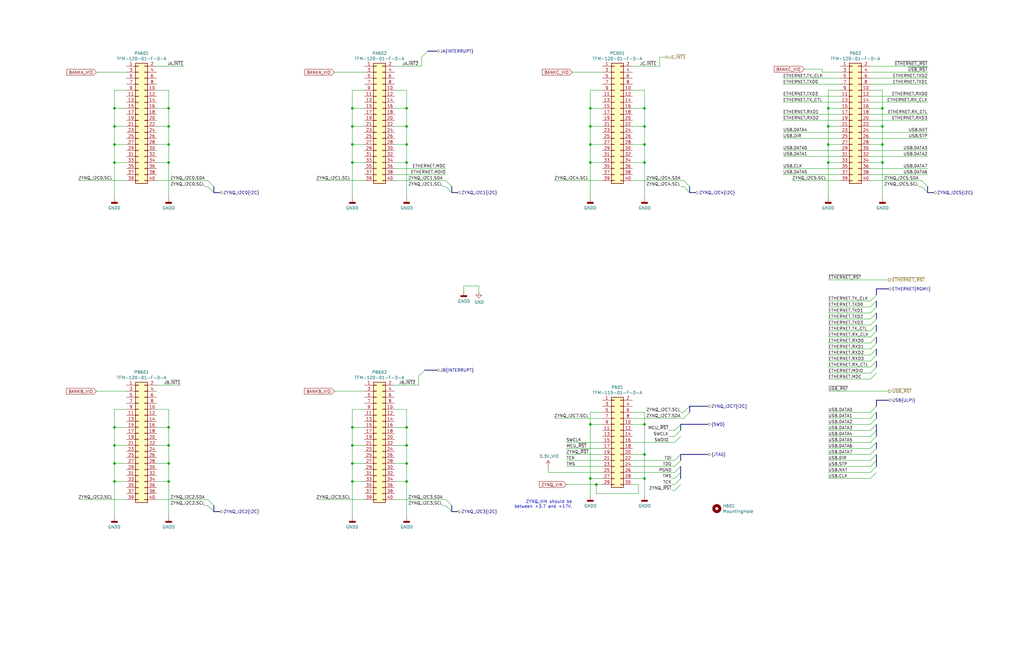
<source format=kicad_sch>
(kicad_sch (version 20200618) (host eeschema "5.99.0-unknown-e9da02e~102~ubuntu20.04.1")
  (page 1 15)
  (paper "B")
  (title_block (title "Snickerdoodle Interconnect") (date "2020-06-16") (rev "1.0") (comment 1 "Drawn by: Cameron McQuinn"))
  (lib_symbols
    (symbol "Connector_Generic:Conn_02x15_Odd_Even" (pin_names hide)
      (property "Reference" "J" (at 1.27 20.32 0))
      (property "Value" "Conn_02x15_Odd_Even" (at 1.27 -20.32 0))
      (symbol "Conn_02x15_Odd_Even_1_1"
        (rectangle (start -1.27 -4.953) (end 0 -5.207) (stroke (width 0.1524)))
        (rectangle (start -1.27 -7.493) (end 0 -7.747) (stroke (width 0.1524)))
        (rectangle (start -1.27 -10.033) (end 0 -10.287) (stroke (width 0.1524)))
        (rectangle (start -1.27 -12.573) (end 0 -12.827) (stroke (width 0.1524)))
        (rectangle (start -1.27 -15.113) (end 0 -15.367) (stroke (width 0.1524)))
        (rectangle (start -1.27 -17.653) (end 0 -17.907) (stroke (width 0.1524)))
        (rectangle (start -1.27 -2.413) (end 0 -2.667) (stroke (width 0.1524)))
        (rectangle (start -1.27 2.667) (end 0 2.413) (stroke (width 0.1524)))
        (rectangle (start -1.27 5.207) (end 0 4.953) (stroke (width 0.1524)))
        (rectangle (start -1.27 7.747) (end 0 7.493) (stroke (width 0.1524)))
        (rectangle (start -1.27 10.287) (end 0 10.033) (stroke (width 0.1524)))
        (rectangle (start -1.27 0.127) (end 0 -0.127) (stroke (width 0.1524)))
        (rectangle (start -1.27 12.827) (end 0 12.573) (stroke (width 0.1524)))
        (rectangle (start -1.27 15.367) (end 0 15.113) (stroke (width 0.1524)))
        (rectangle (start -1.27 17.907) (end 0 17.653) (stroke (width 0.1524)))
        (rectangle (start -1.27 19.05) (end 3.81 -19.05) (stroke (width 0.254)) (fill (type background)))
        (rectangle (start 3.81 -4.953) (end 2.54 -5.207) (stroke (width 0.1524)))
        (rectangle (start 3.81 -7.493) (end 2.54 -7.747) (stroke (width 0.1524)))
        (rectangle (start 3.81 -10.033) (end 2.54 -10.287) (stroke (width 0.1524)))
        (rectangle (start 3.81 -12.573) (end 2.54 -12.827) (stroke (width 0.1524)))
        (rectangle (start 3.81 -15.113) (end 2.54 -15.367) (stroke (width 0.1524)))
        (rectangle (start 3.81 -17.653) (end 2.54 -17.907) (stroke (width 0.1524)))
        (rectangle (start 3.81 -2.413) (end 2.54 -2.667) (stroke (width 0.1524)))
        (rectangle (start 3.81 2.667) (end 2.54 2.413) (stroke (width 0.1524)))
        (rectangle (start 3.81 5.207) (end 2.54 4.953) (stroke (width 0.1524)))
        (rectangle (start 3.81 7.747) (end 2.54 7.493) (stroke (width 0.1524)))
        (rectangle (start 3.81 10.287) (end 2.54 10.033) (stroke (width 0.1524)))
        (rectangle (start 3.81 0.127) (end 2.54 -0.127) (stroke (width 0.1524)))
        (rectangle (start 3.81 12.827) (end 2.54 12.573) (stroke (width 0.1524)))
        (rectangle (start 3.81 15.367) (end 2.54 15.113) (stroke (width 0.1524)))
        (rectangle (start 3.81 17.907) (end 2.54 17.653) (stroke (width 0.1524)))
        (pin passive line (at -5.08 17.78 0) (length 3.81) (name "Pin_1") (number "1"))
        (pin passive line (at 7.62 7.62 180) (length 3.81) (name "Pin_10") (number "10"))
        (pin passive line (at -5.08 5.08 0) (length 3.81) (name "Pin_11") (number "11"))
        (pin passive line (at 7.62 5.08 180) (length 3.81) (name "Pin_12") (number "12"))
        (pin passive line (at -5.08 2.54 0) (length 3.81) (name "Pin_13") (number "13"))
        (pin passive line (at 7.62 2.54 180) (length 3.81) (name "Pin_14") (number "14"))
        (pin passive line (at -5.08 0 0) (length 3.81) (name "Pin_15") (number "15"))
        (pin passive line (at 7.62 0 180) (length 3.81) (name "Pin_16") (number "16"))
        (pin passive line (at -5.08 -2.54 0) (length 3.81) (name "Pin_17") (number "17"))
        (pin passive line (at 7.62 -2.54 180) (length 3.81) (name "Pin_18") (number "18"))
        (pin passive line (at -5.08 -5.08 0) (length 3.81) (name "Pin_19") (number "19"))
        (pin passive line (at 7.62 17.78 180) (length 3.81) (name "Pin_2") (number "2"))
        (pin passive line (at 7.62 -5.08 180) (length 3.81) (name "Pin_20") (number "20"))
        (pin passive line (at -5.08 -7.62 0) (length 3.81) (name "Pin_21") (number "21"))
        (pin passive line (at 7.62 -7.62 180) (length 3.81) (name "Pin_22") (number "22"))
        (pin passive line (at -5.08 -10.16 0) (length 3.81) (name "Pin_23") (number "23"))
        (pin passive line (at 7.62 -10.16 180) (length 3.81) (name "Pin_24") (number "24"))
        (pin passive line (at -5.08 -12.7 0) (length 3.81) (name "Pin_25") (number "25"))
        (pin passive line (at 7.62 -12.7 180) (length 3.81) (name "Pin_26") (number "26"))
        (pin passive line (at -5.08 -15.24 0) (length 3.81) (name "Pin_27") (number "27"))
        (pin passive line (at 7.62 -15.24 180) (length 3.81) (name "Pin_28") (number "28"))
        (pin passive line (at -5.08 -17.78 0) (length 3.81) (name "Pin_29") (number "29"))
        (pin passive line (at -5.08 15.24 0) (length 3.81) (name "Pin_3") (number "3"))
        (pin passive line (at 7.62 -17.78 180) (length 3.81) (name "Pin_30") (number "30"))
        (pin passive line (at 7.62 15.24 180) (length 3.81) (name "Pin_4") (number "4"))
        (pin passive line (at -5.08 12.7 0) (length 3.81) (name "Pin_5") (number "5"))
        (pin passive line (at 7.62 12.7 180) (length 3.81) (name "Pin_6") (number "6"))
        (pin passive line (at -5.08 10.16 0) (length 3.81) (name "Pin_7") (number "7"))
        (pin passive line (at 7.62 10.16 180) (length 3.81) (name "Pin_8") (number "8"))
        (pin passive line (at -5.08 7.62 0) (length 3.81) (name "Pin_9") (number "9"))
      )
    )
    (symbol "Connector_Generic:Conn_02x20_Odd_Even" (pin_names hide)
      (property "Reference" "J" (at 1.27 25.4 0))
      (property "Value" "Conn_02x20_Odd_Even" (at 1.27 -27.94 0))
      (symbol "Conn_02x20_Odd_Even_1_1"
        (rectangle (start -1.27 -4.953) (end 0 -5.207) (stroke (width 0.1524)))
        (rectangle (start -1.27 -7.493) (end 0 -7.747) (stroke (width 0.1524)))
        (rectangle (start -1.27 -10.033) (end 0 -10.287) (stroke (width 0.1524)))
        (rectangle (start -1.27 -12.573) (end 0 -12.827) (stroke (width 0.1524)))
        (rectangle (start -1.27 -15.113) (end 0 -15.367) (stroke (width 0.1524)))
        (rectangle (start -1.27 -17.653) (end 0 -17.907) (stroke (width 0.1524)))
        (rectangle (start -1.27 -20.193) (end 0 -20.447) (stroke (width 0.1524)))
        (rectangle (start -1.27 -22.733) (end 0 -22.987) (stroke (width 0.1524)))
        (rectangle (start -1.27 -2.413) (end 0 -2.667) (stroke (width 0.1524)))
        (rectangle (start -1.27 -25.273) (end 0 -25.527) (stroke (width 0.1524)))
        (rectangle (start -1.27 2.667) (end 0 2.413) (stroke (width 0.1524)))
        (rectangle (start -1.27 5.207) (end 0 4.953) (stroke (width 0.1524)))
        (rectangle (start -1.27 7.747) (end 0 7.493) (stroke (width 0.1524)))
        (rectangle (start -1.27 10.287) (end 0 10.033) (stroke (width 0.1524)))
        (rectangle (start -1.27 0.127) (end 0 -0.127) (stroke (width 0.1524)))
        (rectangle (start -1.27 12.827) (end 0 12.573) (stroke (width 0.1524)))
        (rectangle (start -1.27 15.367) (end 0 15.113) (stroke (width 0.1524)))
        (rectangle (start -1.27 17.907) (end 0 17.653) (stroke (width 0.1524)))
        (rectangle (start -1.27 20.447) (end 0 20.193) (stroke (width 0.1524)))
        (rectangle (start -1.27 22.987) (end 0 22.733) (stroke (width 0.1524)))
        (rectangle (start -1.27 24.13) (end 3.81 -26.67) (stroke (width 0.254)) (fill (type background)))
        (rectangle (start 3.81 -4.953) (end 2.54 -5.207) (stroke (width 0.1524)))
        (rectangle (start 3.81 -7.493) (end 2.54 -7.747) (stroke (width 0.1524)))
        (rectangle (start 3.81 -10.033) (end 2.54 -10.287) (stroke (width 0.1524)))
        (rectangle (start 3.81 -12.573) (end 2.54 -12.827) (stroke (width 0.1524)))
        (rectangle (start 3.81 -15.113) (end 2.54 -15.367) (stroke (width 0.1524)))
        (rectangle (start 3.81 -17.653) (end 2.54 -17.907) (stroke (width 0.1524)))
        (rectangle (start 3.81 -20.193) (end 2.54 -20.447) (stroke (width 0.1524)))
        (rectangle (start 3.81 -22.733) (end 2.54 -22.987) (stroke (width 0.1524)))
        (rectangle (start 3.81 -2.413) (end 2.54 -2.667) (stroke (width 0.1524)))
        (rectangle (start 3.81 -25.273) (end 2.54 -25.527) (stroke (width 0.1524)))
        (rectangle (start 3.81 2.667) (end 2.54 2.413) (stroke (width 0.1524)))
        (rectangle (start 3.81 5.207) (end 2.54 4.953) (stroke (width 0.1524)))
        (rectangle (start 3.81 7.747) (end 2.54 7.493) (stroke (width 0.1524)))
        (rectangle (start 3.81 10.287) (end 2.54 10.033) (stroke (width 0.1524)))
        (rectangle (start 3.81 0.127) (end 2.54 -0.127) (stroke (width 0.1524)))
        (rectangle (start 3.81 12.827) (end 2.54 12.573) (stroke (width 0.1524)))
        (rectangle (start 3.81 15.367) (end 2.54 15.113) (stroke (width 0.1524)))
        (rectangle (start 3.81 17.907) (end 2.54 17.653) (stroke (width 0.1524)))
        (rectangle (start 3.81 20.447) (end 2.54 20.193) (stroke (width 0.1524)))
        (rectangle (start 3.81 22.987) (end 2.54 22.733) (stroke (width 0.1524)))
        (pin passive line (at -5.08 22.86 0) (length 3.81) (name "Pin_1") (number "1"))
        (pin passive line (at 7.62 12.7 180) (length 3.81) (name "Pin_10") (number "10"))
        (pin passive line (at -5.08 10.16 0) (length 3.81) (name "Pin_11") (number "11"))
        (pin passive line (at 7.62 10.16 180) (length 3.81) (name "Pin_12") (number "12"))
        (pin passive line (at -5.08 7.62 0) (length 3.81) (name "Pin_13") (number "13"))
        (pin passive line (at 7.62 7.62 180) (length 3.81) (name "Pin_14") (number "14"))
        (pin passive line (at -5.08 5.08 0) (length 3.81) (name "Pin_15") (number "15"))
        (pin passive line (at 7.62 5.08 180) (length 3.81) (name "Pin_16") (number "16"))
        (pin passive line (at -5.08 2.54 0) (length 3.81) (name "Pin_17") (number "17"))
        (pin passive line (at 7.62 2.54 180) (length 3.81) (name "Pin_18") (number "18"))
        (pin passive line (at -5.08 0 0) (length 3.81) (name "Pin_19") (number "19"))
        (pin passive line (at 7.62 22.86 180) (length 3.81) (name "Pin_2") (number "2"))
        (pin passive line (at 7.62 0 180) (length 3.81) (name "Pin_20") (number "20"))
        (pin passive line (at -5.08 -2.54 0) (length 3.81) (name "Pin_21") (number "21"))
        (pin passive line (at 7.62 -2.54 180) (length 3.81) (name "Pin_22") (number "22"))
        (pin passive line (at -5.08 -5.08 0) (length 3.81) (name "Pin_23") (number "23"))
        (pin passive line (at 7.62 -5.08 180) (length 3.81) (name "Pin_24") (number "24"))
        (pin passive line (at -5.08 -7.62 0) (length 3.81) (name "Pin_25") (number "25"))
        (pin passive line (at 7.62 -7.62 180) (length 3.81) (name "Pin_26") (number "26"))
        (pin passive line (at -5.08 -10.16 0) (length 3.81) (name "Pin_27") (number "27"))
        (pin passive line (at 7.62 -10.16 180) (length 3.81) (name "Pin_28") (number "28"))
        (pin passive line (at -5.08 -12.7 0) (length 3.81) (name "Pin_29") (number "29"))
        (pin passive line (at -5.08 20.32 0) (length 3.81) (name "Pin_3") (number "3"))
        (pin passive line (at 7.62 -12.7 180) (length 3.81) (name "Pin_30") (number "30"))
        (pin passive line (at -5.08 -15.24 0) (length 3.81) (name "Pin_31") (number "31"))
        (pin passive line (at 7.62 -15.24 180) (length 3.81) (name "Pin_32") (number "32"))
        (pin passive line (at -5.08 -17.78 0) (length 3.81) (name "Pin_33") (number "33"))
        (pin passive line (at 7.62 -17.78 180) (length 3.81) (name "Pin_34") (number "34"))
        (pin passive line (at -5.08 -20.32 0) (length 3.81) (name "Pin_35") (number "35"))
        (pin passive line (at 7.62 -20.32 180) (length 3.81) (name "Pin_36") (number "36"))
        (pin passive line (at -5.08 -22.86 0) (length 3.81) (name "Pin_37") (number "37"))
        (pin passive line (at 7.62 -22.86 180) (length 3.81) (name "Pin_38") (number "38"))
        (pin passive line (at -5.08 -25.4 0) (length 3.81) (name "Pin_39") (number "39"))
        (pin passive line (at 7.62 20.32 180) (length 3.81) (name "Pin_4") (number "4"))
        (pin passive line (at 7.62 -25.4 180) (length 3.81) (name "Pin_40") (number "40"))
        (pin passive line (at -5.08 17.78 0) (length 3.81) (name "Pin_5") (number "5"))
        (pin passive line (at 7.62 17.78 180) (length 3.81) (name "Pin_6") (number "6"))
        (pin passive line (at -5.08 15.24 0) (length 3.81) (name "Pin_7") (number "7"))
        (pin passive line (at 7.62 15.24 180) (length 3.81) (name "Pin_8") (number "8"))
        (pin passive line (at -5.08 12.7 0) (length 3.81) (name "Pin_9") (number "9"))
      )
    )
    (symbol "Mechanical:MountingHole"
      (property "Reference" "H" (at 0 5.08 0))
      (property "Value" "MountingHole" (at 0 3.175 0))
      (symbol "MountingHole_0_1"
        (circle (center 0 0) (radius 1.27) (stroke (width 1.27)))
      )
    )
    (symbol "Snickerdoodle:3.3V_VIO" (power) (pin_names (offset 0))
      (property "Value" "3.3V_VIO" (at 0 3.556 0))
      (symbol "3.3V_VIO_0_1"
        (polyline (pts (xy -0.762 1.27) (xy 0 2.54)))
        (polyline (pts (xy 0 0) (xy 0 2.54)))
        (polyline (pts (xy 0 2.54) (xy 0.762 1.27)))
      )
      (symbol "3.3V_VIO_1_1"
        (pin power_in line (at 0 0 90) (length 0) hide (name "3.3V_VIO") (number "1"))
      )
    )
    (symbol "power:GND" (power) (pin_names (offset 0))
      (property "Value" "GND" (at 0 -3.81 0))
      (symbol "GND_0_1"
        (polyline (pts (xy 0 0) (xy 0 -1.27) (xy 1.27 -1.27) (xy 0 -2.54) (xy -1.27 -1.27) (xy 0 -1.27)))
      )
      (symbol "GND_1_1"
        (pin power_in line (at 0 0 270) (length 0) hide (name "GND") (number "1"))
      )
    )
    (symbol "power:GNDD" (power) (pin_names (offset 0))
      (property "Value" "GNDD" (at 0 -3.175 0))
      (symbol "GNDD_0_1"
        (rectangle (start -1.27 -1.524) (end 1.27 -2.032) (stroke (width 0.254)) (fill (type outline)))
        (polyline (pts (xy 0 0) (xy 0 -1.524)))
      )
      (symbol "GNDD_1_1"
        (pin power_in line (at 0 0 270) (length 0) hide (name "GNDD") (number "1"))
      )
    )
  )
  (bus_alias "JTAG" (members "TDI" "TDO" "TCK" "TMS" "ZYNQ_~RST" "PGND"))
  (bus_alias "I2C" (members "SDA" "SCL"))
  (bus_alias "INTERRUPT" (members "~INT1" "~INT2"))
  (bus_alias "SWD" (members "MCU_~RST" "SWCLK" "SWDIO"))
  (junction (at 48.26 45.72))
  (junction (at 48.26 53.34))
  (junction (at 48.26 60.96))
  (junction (at 48.26 68.58))
  (junction (at 48.26 180.34))
  (junction (at 48.26 187.96))
  (junction (at 48.26 195.58))
  (junction (at 48.26 203.2))
  (junction (at 71.12 45.72))
  (junction (at 71.12 53.34))
  (junction (at 71.12 60.96))
  (junction (at 71.12 68.58))
  (junction (at 71.12 180.34))
  (junction (at 71.12 187.96))
  (junction (at 71.12 195.58))
  (junction (at 71.12 203.2))
  (junction (at 148.59 45.72))
  (junction (at 148.59 53.34))
  (junction (at 148.59 60.96))
  (junction (at 148.59 68.58))
  (junction (at 148.59 180.34))
  (junction (at 148.59 187.96))
  (junction (at 148.59 195.58))
  (junction (at 148.59 203.2))
  (junction (at 171.45 45.72))
  (junction (at 171.45 53.34))
  (junction (at 171.45 60.96))
  (junction (at 171.45 68.58))
  (junction (at 171.45 180.34))
  (junction (at 171.45 187.96))
  (junction (at 171.45 195.58))
  (junction (at 171.45 203.2))
  (junction (at 248.92 45.72))
  (junction (at 248.92 53.34))
  (junction (at 248.92 60.96))
  (junction (at 248.92 68.58))
  (junction (at 248.92 179.07))
  (junction (at 248.92 201.93))
  (junction (at 251.46 204.47))
  (junction (at 271.78 45.72))
  (junction (at 271.78 53.34))
  (junction (at 271.78 60.96))
  (junction (at 271.78 68.58))
  (junction (at 271.78 179.07))
  (junction (at 271.78 191.77))
  (junction (at 271.78 201.93))
  (junction (at 349.25 45.72))
  (junction (at 349.25 53.34))
  (junction (at 349.25 60.96))
  (junction (at 349.25 68.58))
  (junction (at 372.11 45.72))
  (junction (at 372.11 53.34))
  (junction (at 372.11 60.96))
  (junction (at 372.11 68.58))
  (bus_entry (at 87.63 76.2) (size 2.54 2.54) (stroke (width 0.1524)))
  (bus_entry (at 87.63 78.74) (size 2.54 2.54) (stroke (width 0.1524)))
  (bus_entry (at 87.63 210.82) (size 2.54 2.54) (stroke (width 0.1524)))
  (bus_entry (at 87.63 213.36) (size 2.54 2.54) (stroke (width 0.1524)))
  (bus_entry (at 176.53 158.75) (size 2.54 -2.54) (stroke (width 0.1524)))
  (bus_entry (at 177.8 24.13) (size 2.54 -2.54) (stroke (width 0.1524)))
  (bus_entry (at 187.96 76.2) (size 2.54 2.54) (stroke (width 0.1524)))
  (bus_entry (at 187.96 78.74) (size 2.54 2.54) (stroke (width 0.1524)))
  (bus_entry (at 187.96 210.82) (size 2.54 2.54) (stroke (width 0.1524)))
  (bus_entry (at 187.96 213.36) (size 2.54 2.54) (stroke (width 0.1524)))
  (bus_entry (at 284.48 181.61) (size 2.54 -2.54) (stroke (width 0.1524)))
  (bus_entry (at 284.48 184.15) (size 2.54 -2.54) (stroke (width 0.1524)))
  (bus_entry (at 284.48 186.69) (size 2.54 -2.54) (stroke (width 0.1524)))
  (bus_entry (at 284.48 194.31) (size 2.54 -2.54) (stroke (width 0.1524)))
  (bus_entry (at 284.48 196.85) (size 2.54 -2.54) (stroke (width 0.1524)))
  (bus_entry (at 284.48 199.39) (size 2.54 -2.54) (stroke (width 0.1524)))
  (bus_entry (at 284.48 201.93) (size 2.54 -2.54) (stroke (width 0.1524)))
  (bus_entry (at 284.48 204.47) (size 2.54 -2.54) (stroke (width 0.1524)))
  (bus_entry (at 284.48 207.01) (size 2.54 -2.54) (stroke (width 0.1524)))
  (bus_entry (at 288.29 76.2) (size 2.54 2.54) (stroke (width 0.1524)))
  (bus_entry (at 288.29 78.74) (size 2.54 2.54) (stroke (width 0.1524)))
  (bus_entry (at 288.29 173.99) (size 2.54 -2.54) (stroke (width 0.1524)))
  (bus_entry (at 288.29 176.53) (size 2.54 -2.54) (stroke (width 0.1524)))
  (bus_entry (at 367.03 127) (size 2.54 -2.54) (stroke (width 0.1524)))
  (bus_entry (at 367.03 129.54) (size 2.54 -2.54) (stroke (width 0.1524)))
  (bus_entry (at 367.03 132.08) (size 2.54 -2.54) (stroke (width 0.1524)))
  (bus_entry (at 367.03 134.62) (size 2.54 -2.54) (stroke (width 0.1524)))
  (bus_entry (at 367.03 137.16) (size 2.54 -2.54) (stroke (width 0.1524)))
  (bus_entry (at 367.03 139.7) (size 2.54 -2.54) (stroke (width 0.1524)))
  (bus_entry (at 367.03 147.32) (size 2.54 -2.54) (stroke (width 0.1524)))
  (bus_entry (at 367.03 149.86) (size 2.54 -2.54) (stroke (width 0.1524)))
  (bus_entry (at 367.03 152.4) (size 2.54 -2.54) (stroke (width 0.1524)))
  (bus_entry (at 367.03 154.94) (size 2.54 -2.54) (stroke (width 0.1524)))
  (bus_entry (at 367.03 157.48) (size 2.54 -2.54) (stroke (width 0.1524)))
  (bus_entry (at 367.03 160.02) (size 2.54 -2.54) (stroke (width 0.1524)))
  (bus_entry (at 367.03 173.99) (size 2.54 -2.54) (stroke (width 0.1524)))
  (bus_entry (at 367.03 176.53) (size 2.54 -2.54) (stroke (width 0.1524)))
  (bus_entry (at 367.03 179.07) (size 2.54 -2.54) (stroke (width 0.1524)))
  (bus_entry (at 367.03 181.61) (size 2.54 -2.54) (stroke (width 0.1524)))
  (bus_entry (at 367.03 184.15) (size 2.54 -2.54) (stroke (width 0.1524)))
  (bus_entry (at 367.03 186.69) (size 2.54 -2.54) (stroke (width 0.1524)))
  (bus_entry (at 367.03 189.23) (size 2.54 -2.54) (stroke (width 0.1524)))
  (bus_entry (at 367.03 191.77) (size 2.54 -2.54) (stroke (width 0.1524)))
  (bus_entry (at 367.03 194.31) (size 2.54 -2.54) (stroke (width 0.1524)))
  (bus_entry (at 367.03 196.85) (size 2.54 -2.54) (stroke (width 0.1524)))
  (bus_entry (at 367.03 199.39) (size 2.54 -2.54) (stroke (width 0.1524)))
  (bus_entry (at 367.03 201.93) (size 2.54 -2.54) (stroke (width 0.1524)))
  (bus_entry (at 369.57 139.7) (size -2.54 2.54) (stroke (width 0.1524)))
  (bus_entry (at 369.57 142.24) (size -2.54 2.54) (stroke (width 0.1524)))
  (bus_entry (at 388.62 76.2) (size 2.54 2.54) (stroke (width 0.1524)))
  (bus_entry (at 388.62 78.74) (size 2.54 2.54) (stroke (width 0.1524)))
  (wire (pts (xy 33.02 76.2) (xy 53.34 76.2)))
  (wire (pts (xy 33.02 210.82) (xy 53.34 210.82)))
  (wire (pts (xy 40.64 30.48) (xy 53.34 30.48)))
  (wire (pts (xy 40.64 165.1) (xy 53.34 165.1)))
  (wire (pts (xy 48.26 38.1) (xy 48.26 45.72)))
  (wire (pts (xy 48.26 38.1) (xy 53.34 38.1)))
  (wire (pts (xy 48.26 45.72) (xy 48.26 53.34)))
  (wire (pts (xy 48.26 53.34) (xy 48.26 60.96)))
  (wire (pts (xy 48.26 60.96) (xy 48.26 68.58)))
  (wire (pts (xy 48.26 60.96) (xy 53.34 60.96)))
  (wire (pts (xy 48.26 68.58) (xy 48.26 83.82)))
  (wire (pts (xy 48.26 172.72) (xy 48.26 180.34)))
  (wire (pts (xy 48.26 172.72) (xy 53.34 172.72)))
  (wire (pts (xy 48.26 180.34) (xy 48.26 187.96)))
  (wire (pts (xy 48.26 187.96) (xy 48.26 195.58)))
  (wire (pts (xy 48.26 195.58) (xy 48.26 203.2)))
  (wire (pts (xy 48.26 195.58) (xy 53.34 195.58)))
  (wire (pts (xy 48.26 203.2) (xy 48.26 218.44)))
  (wire (pts (xy 53.34 45.72) (xy 48.26 45.72)))
  (wire (pts (xy 53.34 53.34) (xy 48.26 53.34)))
  (wire (pts (xy 53.34 68.58) (xy 48.26 68.58)))
  (wire (pts (xy 53.34 180.34) (xy 48.26 180.34)))
  (wire (pts (xy 53.34 187.96) (xy 48.26 187.96)))
  (wire (pts (xy 53.34 203.2) (xy 48.26 203.2)))
  (wire (pts (xy 66.04 27.94) (xy 77.47 27.94)))
  (wire (pts (xy 66.04 45.72) (xy 71.12 45.72)))
  (wire (pts (xy 66.04 53.34) (xy 71.12 53.34)))
  (wire (pts (xy 66.04 68.58) (xy 71.12 68.58)))
  (wire (pts (xy 66.04 76.2) (xy 87.63 76.2)))
  (wire (pts (xy 66.04 162.56) (xy 76.2 162.56)))
  (wire (pts (xy 66.04 180.34) (xy 71.12 180.34)))
  (wire (pts (xy 66.04 187.96) (xy 71.12 187.96)))
  (wire (pts (xy 66.04 203.2) (xy 71.12 203.2)))
  (wire (pts (xy 66.04 210.82) (xy 87.63 210.82)))
  (wire (pts (xy 71.12 38.1) (xy 66.04 38.1)))
  (wire (pts (xy 71.12 38.1) (xy 71.12 45.72)))
  (wire (pts (xy 71.12 45.72) (xy 71.12 53.34)))
  (wire (pts (xy 71.12 53.34) (xy 71.12 60.96)))
  (wire (pts (xy 71.12 60.96) (xy 66.04 60.96)))
  (wire (pts (xy 71.12 60.96) (xy 71.12 68.58)))
  (wire (pts (xy 71.12 68.58) (xy 71.12 83.82)))
  (wire (pts (xy 71.12 172.72) (xy 66.04 172.72)))
  (wire (pts (xy 71.12 172.72) (xy 71.12 180.34)))
  (wire (pts (xy 71.12 180.34) (xy 71.12 187.96)))
  (wire (pts (xy 71.12 187.96) (xy 71.12 195.58)))
  (wire (pts (xy 71.12 195.58) (xy 66.04 195.58)))
  (wire (pts (xy 71.12 195.58) (xy 71.12 203.2)))
  (wire (pts (xy 71.12 203.2) (xy 71.12 218.44)))
  (wire (pts (xy 86.36 78.74) (xy 87.63 78.74)))
  (wire (pts (xy 86.36 213.36) (xy 87.63 213.36)))
  (wire (pts (xy 133.35 76.2) (xy 153.67 76.2)))
  (wire (pts (xy 133.35 210.82) (xy 153.67 210.82)))
  (wire (pts (xy 140.97 30.48) (xy 153.67 30.48)))
  (wire (pts (xy 140.97 165.1) (xy 153.67 165.1)))
  (wire (pts (xy 148.59 38.1) (xy 148.59 45.72)))
  (wire (pts (xy 148.59 38.1) (xy 153.67 38.1)))
  (wire (pts (xy 148.59 45.72) (xy 148.59 53.34)))
  (wire (pts (xy 148.59 53.34) (xy 148.59 60.96)))
  (wire (pts (xy 148.59 60.96) (xy 148.59 68.58)))
  (wire (pts (xy 148.59 60.96) (xy 153.67 60.96)))
  (wire (pts (xy 148.59 68.58) (xy 148.59 83.82)))
  (wire (pts (xy 148.59 172.72) (xy 148.59 180.34)))
  (wire (pts (xy 148.59 172.72) (xy 153.67 172.72)))
  (wire (pts (xy 148.59 180.34) (xy 148.59 187.96)))
  (wire (pts (xy 148.59 187.96) (xy 148.59 195.58)))
  (wire (pts (xy 148.59 195.58) (xy 148.59 203.2)))
  (wire (pts (xy 148.59 195.58) (xy 153.67 195.58)))
  (wire (pts (xy 148.59 203.2) (xy 148.59 218.44)))
  (wire (pts (xy 153.67 45.72) (xy 148.59 45.72)))
  (wire (pts (xy 153.67 53.34) (xy 148.59 53.34)))
  (wire (pts (xy 153.67 68.58) (xy 148.59 68.58)))
  (wire (pts (xy 153.67 180.34) (xy 148.59 180.34)))
  (wire (pts (xy 153.67 187.96) (xy 148.59 187.96)))
  (wire (pts (xy 153.67 203.2) (xy 148.59 203.2)))
  (wire (pts (xy 166.37 27.94) (xy 177.8 27.94)))
  (wire (pts (xy 166.37 45.72) (xy 171.45 45.72)))
  (wire (pts (xy 166.37 53.34) (xy 171.45 53.34)))
  (wire (pts (xy 166.37 68.58) (xy 171.45 68.58)))
  (wire (pts (xy 166.37 71.12) (xy 187.96 71.12)))
  (wire (pts (xy 166.37 73.66) (xy 187.96 73.66)))
  (wire (pts (xy 166.37 76.2) (xy 187.96 76.2)))
  (wire (pts (xy 166.37 162.56) (xy 176.53 162.56)))
  (wire (pts (xy 166.37 180.34) (xy 171.45 180.34)))
  (wire (pts (xy 166.37 187.96) (xy 171.45 187.96)))
  (wire (pts (xy 166.37 203.2) (xy 171.45 203.2)))
  (wire (pts (xy 166.37 210.82) (xy 187.96 210.82)))
  (wire (pts (xy 171.45 38.1) (xy 166.37 38.1)))
  (wire (pts (xy 171.45 38.1) (xy 171.45 45.72)))
  (wire (pts (xy 171.45 45.72) (xy 171.45 53.34)))
  (wire (pts (xy 171.45 53.34) (xy 171.45 60.96)))
  (wire (pts (xy 171.45 60.96) (xy 166.37 60.96)))
  (wire (pts (xy 171.45 60.96) (xy 171.45 68.58)))
  (wire (pts (xy 171.45 68.58) (xy 171.45 83.82)))
  (wire (pts (xy 171.45 172.72) (xy 166.37 172.72)))
  (wire (pts (xy 171.45 172.72) (xy 171.45 180.34)))
  (wire (pts (xy 171.45 180.34) (xy 171.45 187.96)))
  (wire (pts (xy 171.45 187.96) (xy 171.45 195.58)))
  (wire (pts (xy 171.45 195.58) (xy 166.37 195.58)))
  (wire (pts (xy 171.45 195.58) (xy 171.45 203.2)))
  (wire (pts (xy 171.45 203.2) (xy 171.45 218.44)))
  (wire (pts (xy 176.53 162.56) (xy 176.53 158.75)))
  (wire (pts (xy 177.8 27.94) (xy 177.8 24.13)))
  (wire (pts (xy 186.69 78.74) (xy 187.96 78.74)))
  (wire (pts (xy 186.69 213.36) (xy 187.96 213.36)))
  (wire (pts (xy 195.58 120.65) (xy 195.58 123.19)))
  (wire (pts (xy 201.93 120.65) (xy 195.58 120.65)))
  (wire (pts (xy 201.93 123.19) (xy 201.93 120.65)))
  (wire (pts (xy 231.14 196.85) (xy 231.14 199.39)))
  (wire (pts (xy 231.14 199.39) (xy 254 199.39)))
  (wire (pts (xy 233.68 76.2) (xy 254 76.2)))
  (wire (pts (xy 233.68 176.53) (xy 254 176.53)))
  (wire (pts (xy 238.76 186.69) (xy 254 186.69)))
  (wire (pts (xy 238.76 189.23) (xy 254 189.23)))
  (wire (pts (xy 238.76 191.77) (xy 254 191.77)))
  (wire (pts (xy 238.76 194.31) (xy 254 194.31)))
  (wire (pts (xy 238.76 196.85) (xy 254 196.85)))
  (wire (pts (xy 238.76 204.47) (xy 251.46 204.47)))
  (wire (pts (xy 241.3 30.48) (xy 254 30.48)))
  (wire (pts (xy 248.92 38.1) (xy 248.92 45.72)))
  (wire (pts (xy 248.92 38.1) (xy 254 38.1)))
  (wire (pts (xy 248.92 45.72) (xy 248.92 53.34)))
  (wire (pts (xy 248.92 53.34) (xy 248.92 60.96)))
  (wire (pts (xy 248.92 60.96) (xy 248.92 68.58)))
  (wire (pts (xy 248.92 60.96) (xy 254 60.96)))
  (wire (pts (xy 248.92 68.58) (xy 248.92 83.82)))
  (wire (pts (xy 248.92 173.99) (xy 248.92 179.07)))
  (wire (pts (xy 248.92 179.07) (xy 248.92 201.93)))
  (wire (pts (xy 248.92 179.07) (xy 254 179.07)))
  (wire (pts (xy 248.92 201.93) (xy 248.92 209.55)))
  (wire (pts (xy 248.92 201.93) (xy 254 201.93)))
  (wire (pts (xy 251.46 204.47) (xy 251.46 208.28)))
  (wire (pts (xy 251.46 204.47) (xy 254 204.47)))
  (wire (pts (xy 251.46 208.28) (xy 269.24 208.28)))
  (wire (pts (xy 254 45.72) (xy 248.92 45.72)))
  (wire (pts (xy 254 53.34) (xy 248.92 53.34)))
  (wire (pts (xy 254 68.58) (xy 248.92 68.58)))
  (wire (pts (xy 254 173.99) (xy 248.92 173.99)))
  (wire (pts (xy 266.7 27.94) (xy 278.13 27.94)))
  (wire (pts (xy 266.7 45.72) (xy 271.78 45.72)))
  (wire (pts (xy 266.7 53.34) (xy 271.78 53.34)))
  (wire (pts (xy 266.7 68.58) (xy 271.78 68.58)))
  (wire (pts (xy 266.7 76.2) (xy 288.29 76.2)))
  (wire (pts (xy 266.7 173.99) (xy 271.78 173.99)))
  (wire (pts (xy 266.7 176.53) (xy 288.29 176.53)))
  (wire (pts (xy 266.7 186.69) (xy 284.48 186.69)))
  (wire (pts (xy 266.7 191.77) (xy 271.78 191.77)))
  (wire (pts (xy 266.7 194.31) (xy 284.48 194.31)))
  (wire (pts (xy 266.7 196.85) (xy 284.48 196.85)))
  (wire (pts (xy 266.7 199.39) (xy 284.48 199.39)))
  (wire (pts (xy 266.7 204.47) (xy 269.24 204.47)))
  (wire (pts (xy 269.24 208.28) (xy 269.24 204.47)))
  (wire (pts (xy 271.78 38.1) (xy 266.7 38.1)))
  (wire (pts (xy 271.78 38.1) (xy 271.78 45.72)))
  (wire (pts (xy 271.78 45.72) (xy 271.78 53.34)))
  (wire (pts (xy 271.78 53.34) (xy 271.78 60.96)))
  (wire (pts (xy 271.78 60.96) (xy 266.7 60.96)))
  (wire (pts (xy 271.78 60.96) (xy 271.78 68.58)))
  (wire (pts (xy 271.78 68.58) (xy 271.78 83.82)))
  (wire (pts (xy 271.78 173.99) (xy 271.78 179.07)))
  (wire (pts (xy 271.78 179.07) (xy 266.7 179.07)))
  (wire (pts (xy 271.78 179.07) (xy 271.78 191.77)))
  (wire (pts (xy 271.78 191.77) (xy 271.78 201.93)))
  (wire (pts (xy 271.78 201.93) (xy 266.7 201.93)))
  (wire (pts (xy 271.78 209.55) (xy 271.78 201.93)))
  (wire (pts (xy 278.13 24.13) (xy 280.67 24.13)))
  (wire (pts (xy 278.13 27.94) (xy 278.13 24.13)))
  (wire (pts (xy 281.94 181.61) (xy 284.48 181.61)))
  (wire (pts (xy 281.94 184.15) (xy 284.48 184.15)))
  (wire (pts (xy 283.21 201.93) (xy 284.48 201.93)))
  (wire (pts (xy 283.21 204.47) (xy 284.48 204.47)))
  (wire (pts (xy 283.21 207.01) (xy 284.48 207.01)))
  (wire (pts (xy 287.02 78.74) (xy 288.29 78.74)))
  (wire (pts (xy 287.02 173.99) (xy 288.29 173.99)))
  (wire (pts (xy 330.2 33.02) (xy 354.33 33.02)))
  (wire (pts (xy 330.2 35.56) (xy 354.33 35.56)))
  (wire (pts (xy 330.2 40.64) (xy 354.33 40.64)))
  (wire (pts (xy 330.2 43.18) (xy 354.33 43.18)))
  (wire (pts (xy 330.2 48.26) (xy 354.33 48.26)))
  (wire (pts (xy 330.2 50.8) (xy 354.33 50.8)))
  (wire (pts (xy 330.2 55.88) (xy 354.33 55.88)))
  (wire (pts (xy 330.2 58.42) (xy 354.33 58.42)))
  (wire (pts (xy 330.2 63.5) (xy 354.33 63.5)))
  (wire (pts (xy 330.2 66.04) (xy 354.33 66.04)))
  (wire (pts (xy 330.2 71.12) (xy 354.33 71.12)))
  (wire (pts (xy 330.2 73.66) (xy 354.33 73.66)))
  (wire (pts (xy 334.01 76.2) (xy 354.33 76.2)))
  (wire (pts (xy 346.71 29.21) (xy 339.09 29.21)))
  (wire (pts (xy 346.71 30.48) (xy 346.71 29.21)))
  (wire (pts (xy 349.25 38.1) (xy 349.25 45.72)))
  (wire (pts (xy 349.25 38.1) (xy 354.33 38.1)))
  (wire (pts (xy 349.25 45.72) (xy 349.25 53.34)))
  (wire (pts (xy 349.25 53.34) (xy 349.25 60.96)))
  (wire (pts (xy 349.25 60.96) (xy 349.25 68.58)))
  (wire (pts (xy 349.25 60.96) (xy 354.33 60.96)))
  (wire (pts (xy 349.25 68.58) (xy 349.25 83.82)))
  (wire (pts (xy 349.25 118.11) (xy 374.65 118.11)))
  (wire (pts (xy 349.25 127) (xy 367.03 127)))
  (wire (pts (xy 349.25 129.54) (xy 367.03 129.54)))
  (wire (pts (xy 349.25 132.08) (xy 367.03 132.08)))
  (wire (pts (xy 349.25 134.62) (xy 367.03 134.62)))
  (wire (pts (xy 349.25 137.16) (xy 367.03 137.16)))
  (wire (pts (xy 349.25 139.7) (xy 367.03 139.7)))
  (wire (pts (xy 349.25 142.24) (xy 367.03 142.24)))
  (wire (pts (xy 349.25 144.78) (xy 367.03 144.78)))
  (wire (pts (xy 349.25 147.32) (xy 367.03 147.32)))
  (wire (pts (xy 349.25 149.86) (xy 367.03 149.86)))
  (wire (pts (xy 349.25 152.4) (xy 367.03 152.4)))
  (wire (pts (xy 349.25 154.94) (xy 367.03 154.94)))
  (wire (pts (xy 349.25 157.48) (xy 367.03 157.48)))
  (wire (pts (xy 349.25 160.02) (xy 367.03 160.02)))
  (wire (pts (xy 349.25 165.1) (xy 374.65 165.1)))
  (wire (pts (xy 349.25 173.99) (xy 367.03 173.99)))
  (wire (pts (xy 349.25 176.53) (xy 367.03 176.53)))
  (wire (pts (xy 349.25 179.07) (xy 367.03 179.07)))
  (wire (pts (xy 349.25 181.61) (xy 367.03 181.61)))
  (wire (pts (xy 349.25 184.15) (xy 367.03 184.15)))
  (wire (pts (xy 349.25 186.69) (xy 367.03 186.69)))
  (wire (pts (xy 349.25 189.23) (xy 367.03 189.23)))
  (wire (pts (xy 349.25 191.77) (xy 367.03 191.77)))
  (wire (pts (xy 349.25 194.31) (xy 367.03 194.31)))
  (wire (pts (xy 349.25 196.85) (xy 367.03 196.85)))
  (wire (pts (xy 349.25 199.39) (xy 367.03 199.39)))
  (wire (pts (xy 349.25 201.93) (xy 367.03 201.93)))
  (wire (pts (xy 354.33 30.48) (xy 346.71 30.48)))
  (wire (pts (xy 354.33 45.72) (xy 349.25 45.72)))
  (wire (pts (xy 354.33 53.34) (xy 349.25 53.34)))
  (wire (pts (xy 354.33 68.58) (xy 349.25 68.58)))
  (wire (pts (xy 367.03 27.94) (xy 391.16 27.94)))
  (wire (pts (xy 367.03 30.48) (xy 391.16 30.48)))
  (wire (pts (xy 367.03 33.02) (xy 391.16 33.02)))
  (wire (pts (xy 367.03 35.56) (xy 391.16 35.56)))
  (wire (pts (xy 367.03 40.64) (xy 391.16 40.64)))
  (wire (pts (xy 367.03 43.18) (xy 391.16 43.18)))
  (wire (pts (xy 367.03 45.72) (xy 372.11 45.72)))
  (wire (pts (xy 367.03 48.26) (xy 391.16 48.26)))
  (wire (pts (xy 367.03 50.8) (xy 391.16 50.8)))
  (wire (pts (xy 367.03 53.34) (xy 372.11 53.34)))
  (wire (pts (xy 367.03 55.88) (xy 391.16 55.88)))
  (wire (pts (xy 367.03 58.42) (xy 391.16 58.42)))
  (wire (pts (xy 367.03 63.5) (xy 391.16 63.5)))
  (wire (pts (xy 367.03 66.04) (xy 391.16 66.04)))
  (wire (pts (xy 367.03 68.58) (xy 372.11 68.58)))
  (wire (pts (xy 367.03 71.12) (xy 391.16 71.12)))
  (wire (pts (xy 367.03 73.66) (xy 391.16 73.66)))
  (wire (pts (xy 367.03 76.2) (xy 388.62 76.2)))
  (wire (pts (xy 372.11 38.1) (xy 367.03 38.1)))
  (wire (pts (xy 372.11 38.1) (xy 372.11 45.72)))
  (wire (pts (xy 372.11 45.72) (xy 372.11 53.34)))
  (wire (pts (xy 372.11 53.34) (xy 372.11 60.96)))
  (wire (pts (xy 372.11 60.96) (xy 367.03 60.96)))
  (wire (pts (xy 372.11 60.96) (xy 372.11 68.58)))
  (wire (pts (xy 372.11 68.58) (xy 372.11 83.82)))
  (wire (pts (xy 387.35 78.74) (xy 388.62 78.74)))
  (bus (pts (xy 90.17 81.28) (xy 90.17 78.74)))
  (bus (pts (xy 90.17 215.9) (xy 90.17 213.36)))
  (bus (pts (xy 92.71 81.28) (xy 90.17 81.28)))
  (bus (pts (xy 92.71 215.9) (xy 90.17 215.9)))
  (bus (pts (xy 179.07 156.21) (xy 184.15 156.21)))
  (bus (pts (xy 180.34 21.59) (xy 184.15 21.59)))
  (bus (pts (xy 190.5 81.28) (xy 190.5 78.74)))
  (bus (pts (xy 190.5 215.9) (xy 190.5 213.36)))
  (bus (pts (xy 193.04 81.28) (xy 190.5 81.28)))
  (bus (pts (xy 193.04 215.9) (xy 190.5 215.9)))
  (bus (pts (xy 287.02 179.07) (xy 287.02 184.15)))
  (bus (pts (xy 287.02 179.07) (xy 298.45 179.07)))
  (bus (pts (xy 287.02 191.77) (xy 287.02 196.85)))
  (bus (pts (xy 287.02 191.77) (xy 298.45 191.77)))
  (bus (pts (xy 287.02 196.85) (xy 287.02 199.39)))
  (bus (pts (xy 287.02 199.39) (xy 287.02 204.47)))
  (bus (pts (xy 290.83 81.28) (xy 290.83 78.74)))
  (bus (pts (xy 290.83 171.45) (xy 290.83 173.99)))
  (bus (pts (xy 293.37 81.28) (xy 290.83 81.28)))
  (bus (pts (xy 298.45 171.45) (xy 290.83 171.45)))
  (bus (pts (xy 369.57 121.92) (xy 369.57 127)))
  (bus (pts (xy 369.57 127) (xy 369.57 132.08)))
  (bus (pts (xy 369.57 132.08) (xy 369.57 137.16)))
  (bus (pts (xy 369.57 137.16) (xy 369.57 142.24)))
  (bus (pts (xy 369.57 142.24) (xy 369.57 147.32)))
  (bus (pts (xy 369.57 147.32) (xy 369.57 152.4)))
  (bus (pts (xy 369.57 152.4) (xy 369.57 157.48)))
  (bus (pts (xy 369.57 168.91) (xy 369.57 173.99)))
  (bus (pts (xy 369.57 173.99) (xy 369.57 179.07)))
  (bus (pts (xy 369.57 179.07) (xy 369.57 181.61)))
  (bus (pts (xy 369.57 181.61) (xy 369.57 186.69)))
  (bus (pts (xy 369.57 186.69) (xy 369.57 191.77)))
  (bus (pts (xy 369.57 191.77) (xy 369.57 194.31)))
  (bus (pts (xy 369.57 194.31) (xy 369.57 199.39)))
  (bus (pts (xy 374.65 121.92) (xy 369.57 121.92)))
  (bus (pts (xy 374.65 168.91) (xy 369.57 168.91)))
  (bus (pts (xy 391.16 81.28) (xy 391.16 78.74)))
  (bus (pts (xy 393.7 81.28) (xy 391.16 81.28)))
  (text "ZYNQ_VIN should be\nbetween +3.7 and +17V." (at 241.3 214.63 180) (effects (font (size 1.27 1.27)) (justify right bottom)))
  (label "ZYNQ_I2C0.SCL" (at 33.02 76.2 0))
  (label "ZYNQ_I2C2.SCL" (at 33.02 210.82 0))
  (label "JB.~INT1" (at 76.2 162.56 180))
  (label "JA.~INT1" (at 77.47 27.94 180))
  (label "ZYNQ_I2C0.SDA" (at 86.36 76.2 180))
  (label "ZYNQ_I2C0.SCL" (at 86.36 78.74 180))
  (label "ZYNQ_I2C2.SDA" (at 86.36 210.82 180))
  (label "ZYNQ_I2C2.SCL" (at 86.36 213.36 180))
  (label "ZYNQ_I2C1.SCL" (at 133.35 76.2 0))
  (label "ZYNQ_I2C3.SCL" (at 133.35 210.82 0))
  (label "JB.~INT2" (at 175.26 162.56 180))
  (label "JA.~INT2" (at 176.53 27.94 180))
  (label "ZYNQ_I2C1.SDA" (at 186.69 76.2 180))
  (label "ZYNQ_I2C1.SCL" (at 186.69 78.74 180))
  (label "ZYNQ_I2C3.SDA" (at 186.69 210.82 180))
  (label "ZYNQ_I2C3.SCL" (at 186.69 213.36 180))
  (label "ETHERNET.MDC" (at 187.96 71.12 180))
  (label "ETHERNET.MDIO" (at 187.96 73.66 180))
  (label "ZYNQ_I2C4.SCL" (at 233.68 76.2 0))
  (label "ZYNQ_I2C7.SCL" (at 233.68 176.53 0))
  (label "SWCLK" (at 238.76 186.69 0))
  (label "MCU_~RST" (at 238.76 189.23 0))
  (label "ZYNQ_~RST" (at 238.76 191.77 0))
  (label "TCK" (at 238.76 194.31 0))
  (label "TMS" (at 238.76 196.85 0))
  (label "JC.~INT1" (at 276.86 27.94 180))
  (label "MCU_~RST" (at 281.94 181.61 180))
  (label "SWCLK" (at 281.94 184.15 180))
  (label "SWDIO" (at 281.94 186.69 180))
  (label "TDI" (at 283.21 194.31 180))
  (label "TDO" (at 283.21 196.85 180))
  (label "PGND" (at 283.21 199.39 180))
  (label "TMS" (at 283.21 201.93 180))
  (label "TCK" (at 283.21 204.47 180))
  (label "ZYNQ_~RST" (at 283.21 207.01 180))
  (label "ZYNQ_I2C4.SDA" (at 287.02 76.2 180))
  (label "ZYNQ_I2C4.SCL" (at 287.02 78.74 180))
  (label "ZYNQ_I2C7.SCL" (at 287.02 173.99 180))
  (label "ZYNQ_I2C7.SDA" (at 287.02 176.53 180))
  (label "ETHERNET.TX_CLK" (at 330.2 33.02 0))
  (label "ETHERNET.TXD0" (at 330.2 35.56 0))
  (label "ETHERNET.TXD3" (at 330.2 40.64 0))
  (label "ETHERNET.TX_CTL" (at 330.2 43.18 0))
  (label "ETHERNET.RXD1" (at 330.2 48.26 0))
  (label "ETHERNET.RXD2" (at 330.2 50.8 0))
  (label "USB.DATA4" (at 330.2 55.88 0))
  (label "USB.DIR" (at 330.2 58.42 0))
  (label "USB.DATA0" (at 330.2 63.5 0))
  (label "USB.DATA1" (at 330.2 66.04 0))
  (label "USB.CLK" (at 330.2 71.12 0))
  (label "USB.DATA5" (at 330.2 73.66 0))
  (label "ZYNQ_I2C5.SCL" (at 334.01 76.2 0))
  (label "~ETHERNET_RST" (at 349.25 118.11 0))
  (label "ETHERNET.TX_CLK" (at 349.25 127 0))
  (label "ETHERNET.TXD0" (at 349.25 129.54 0))
  (label "ETHERNET.TXD1" (at 349.25 132.08 0))
  (label "ETHERNET.TXD2" (at 349.25 134.62 0))
  (label "ETHERNET.TXD3" (at 349.25 137.16 0))
  (label "ETHERNET.TX_CTL" (at 349.25 139.7 0))
  (label "ETHERNET.RX_CLK" (at 349.25 142.24 0))
  (label "ETHERNET.RXD0" (at 349.25 144.78 0))
  (label "ETHERNET.RXD1" (at 349.25 147.32 0))
  (label "ETHERNET.RXD2" (at 349.25 149.86 0))
  (label "ETHERNET.RXD3" (at 349.25 152.4 0))
  (label "ETHERNET.RX_CTL" (at 349.25 154.94 0))
  (label "ETHERNET.MDIO" (at 349.25 157.48 0))
  (label "ETHERNET.MDC" (at 349.25 160.02 0))
  (label "~USB_RST" (at 349.25 165.1 0))
  (label "USB.DATA0" (at 349.25 173.99 0))
  (label "USB.DATA1" (at 349.25 176.53 0))
  (label "USB.DATA2" (at 349.25 179.07 0))
  (label "USB.DATA3" (at 349.25 181.61 0))
  (label "USB.DATA4" (at 349.25 184.15 0))
  (label "USB.DATA5" (at 349.25 186.69 0))
  (label "USB.DATA6" (at 349.25 189.23 0))
  (label "USB.DATA7" (at 349.25 191.77 0))
  (label "USB.DIR" (at 349.25 194.31 0))
  (label "USB.STP" (at 349.25 196.85 0))
  (label "USB.NXT" (at 349.25 199.39 0))
  (label "USB.CLK" (at 349.25 201.93 0))
  (label "ZYNQ_I2C5.SDA" (at 387.35 76.2 180))
  (label "ZYNQ_I2C5.SCL" (at 387.35 78.74 180))
  (label "~ETHERNET_RST" (at 391.16 27.94 180))
  (label "~USB_RST" (at 391.16 30.48 180))
  (label "ETHERNET.TXD2" (at 391.16 33.02 180))
  (label "ETHERNET.TXD1" (at 391.16 35.56 180))
  (label "ETHERNET.RXD0" (at 391.16 40.64 180))
  (label "ETHERNET.RX_CLK" (at 391.16 43.18 180))
  (label "ETHERNET.RX_CTL" (at 391.16 48.26 180))
  (label "ETHERNET.RXD3" (at 391.16 50.8 180))
  (label "USB.NXT" (at 391.16 55.88 180))
  (label "USB.STP" (at 391.16 58.42 180))
  (label "USB.DATA3" (at 391.16 63.5 180))
  (label "USB.DATA2" (at 391.16 66.04 180))
  (label "USB.DATA7" (at 391.16 71.12 180))
  (label "USB.DATA6" (at 391.16 73.66 180))
  (global_label "BANKA_VIO" (shape input) (at 40.64 30.48 180))
  (global_label "BANKB_VIO" (shape input) (at 40.64 165.1 180))
  (global_label "BANKA_VIO" (shape input) (at 140.97 30.48 180))
  (global_label "BANKB_VIO" (shape input) (at 140.97 165.1 180))
  (global_label "ZYNQ_VIN" (shape input) (at 238.76 204.47 180))
  (global_label "BANKC_VIO" (shape input) (at 241.3 30.48 180))
  (global_label "BANKC_VIO" (shape input) (at 339.09 29.21 180))
  (hierarchical_label "ZYNQ_I2C0{I2C}" (shape bidirectional) (at 92.71 81.28 0))
  (hierarchical_label "ZYNQ_I2C2{I2C}" (shape bidirectional) (at 92.71 215.9 0))
  (hierarchical_label "JA{INTERRUPT}" (shape bidirectional) (at 184.15 21.59 0))
  (hierarchical_label "JB{INTERRUPT}" (shape bidirectional) (at 184.15 156.21 0))
  (hierarchical_label "ZYNQ_I2C1{I2C}" (shape bidirectional) (at 193.04 81.28 0))
  (hierarchical_label "ZYNQ_I2C3{I2C}" (shape bidirectional) (at 193.04 215.9 0))
  (hierarchical_label "JC.~INT1" (shape bidirectional) (at 280.67 24.13 0))
  (hierarchical_label "ZYNQ_I2C4{I2C}" (shape bidirectional) (at 293.37 81.28 0))
  (hierarchical_label "ZYNQ_I2C7{I2C}" (shape bidirectional) (at 298.45 171.45 0))
  (hierarchical_label "{SWD}" (shape bidirectional) (at 298.45 179.07 0))
  (hierarchical_label "{JTAG}" (shape bidirectional) (at 298.45 191.77 0))
  (hierarchical_label "~ETHERNET_RST" (shape output) (at 374.65 118.11 0))
  (hierarchical_label "ETHERNET{RGMII}" (shape bidirectional) (at 374.65 121.92 0))
  (hierarchical_label "~USB_RST" (shape output) (at 374.65 165.1 0))
  (hierarchical_label "USB{ULPI}" (shape bidirectional) (at 374.65 168.91 0))
  (hierarchical_label "ZYNQ_I2C5{I2C}" (shape bidirectional) (at 393.7 81.28 0))
  (symbol (lib_id "Snickerdoodle:3.3V_VIO") (at 231.14 196.85 0) (unit 1)
    (property "Reference" "#PWR0611" (effects hide))
    (property "Value" "3.3V_VIO" (at 231.5083 192.5256 0))
  )
  (symbol (lib_id "power:GNDD") (at 48.26 83.82 0) (mirror y) (unit 1)
    (property "Reference" "#PWR0601" (effects hide))
    (property "Value" "GNDD" (at 48.2092 87.7634 0))
  )
  (symbol (lib_id "power:GNDD") (at 48.26 218.44 0) (mirror y) (unit 1)
    (property "Reference" "#PWR0602" (effects hide))
    (property "Value" "GNDD" (at 48.2092 222.3834 0))
  )
  (symbol (lib_id "power:GNDD") (at 71.12 83.82 0) (unit 1)
    (property "Reference" "#PWR0603" (effects hide))
    (property "Value" "GNDD" (at 71.1708 87.7634 0))
  )
  (symbol (lib_id "power:GNDD") (at 71.12 218.44 0) (unit 1)
    (property "Reference" "#PWR0604" (effects hide))
    (property "Value" "GNDD" (at 71.1708 222.3834 0))
  )
  (symbol (lib_id "power:GNDD") (at 148.59 83.82 0) (mirror y) (unit 1)
    (property "Reference" "#PWR0605" (effects hide))
    (property "Value" "GNDD" (at 148.5392 87.7634 0))
  )
  (symbol (lib_id "power:GNDD") (at 148.59 218.44 0) (mirror y) (unit 1)
    (property "Reference" "#PWR0606" (effects hide))
    (property "Value" "GNDD" (at 148.5392 222.3834 0))
  )
  (symbol (lib_id "power:GNDD") (at 171.45 83.82 0) (unit 1)
    (property "Reference" "#PWR0607" (effects hide))
    (property "Value" "GNDD" (at 171.5008 87.7634 0))
  )
  (symbol (lib_id "power:GNDD") (at 171.45 218.44 0) (unit 1)
    (property "Reference" "#PWR0608" (effects hide))
    (property "Value" "GNDD" (at 171.5008 222.3834 0))
  )
  (symbol (lib_id "power:GNDD") (at 195.58 123.19 0) (unit 1)
    (property "Reference" "#PWR0609" (effects hide))
    (property "Value" "GNDD" (at 195.6308 127.1334 0))
  )
  (symbol (lib_id "power:GNDD") (at 248.92 83.82 0) (mirror y) (unit 1)
    (property "Reference" "#PWR0612" (effects hide))
    (property "Value" "GNDD" (at 248.8692 87.7634 0))
  )
  (symbol (lib_id "power:GNDD") (at 248.92 209.55 0) (unit 1)
    (property "Reference" "#PWR0613" (effects hide))
    (property "Value" "GNDD" (at 248.9708 213.4934 0))
  )
  (symbol (lib_id "power:GNDD") (at 271.78 83.82 0) (unit 1)
    (property "Reference" "#PWR0614" (effects hide))
    (property "Value" "GNDD" (at 271.8308 87.7634 0))
  )
  (symbol (lib_id "power:GNDD") (at 271.78 209.55 0) (unit 1)
    (property "Reference" "#PWR0615" (effects hide))
    (property "Value" "GNDD" (at 271.8308 213.4934 0))
  )
  (symbol (lib_id "power:GNDD") (at 349.25 83.82 0) (mirror y) (unit 1)
    (property "Reference" "#PWR0616" (effects hide))
    (property "Value" "GNDD" (at 349.1992 87.7634 0))
  )
  (symbol (lib_id "power:GNDD") (at 372.11 83.82 0) (unit 1)
    (property "Reference" "#PWR0617" (effects hide))
    (property "Value" "GNDD" (at 372.1608 87.7634 0))
  )
  (symbol (lib_id "power:GND") (at 201.93 123.19 0) (unit 1)
    (property "Reference" "#PWR0610" (effects hide))
    (property "Value" "GND" (at 202.0443 127.5144 0))
  )
  (symbol (lib_id "Mechanical:MountingHole") (at 302.26 214.63 0) (unit 1)
    (property "Reference" "H601" (at 304.8001 213.4806 0) (effects (justify left)))
    (property "Value" "MountingHole" (at 304.8001 215.7793 0) (effects (justify left)))
    (property "Footprint" "Snickerdoodle:Snickerdoodle_Mounting_Hole" (effects hide))
  )
  (symbol (lib_id "Connector_Generic:Conn_02x15_Odd_Even") (at 259.08 186.69 0) (unit 1)
    (property "Reference" "P601" (at 260.35 163.4298 0))
    (property "Value" "TFM-115-01-F-D-A" (at 260.35 165.7285 0))
    (property "Footprint" "Connector_Samtec_TFM:Samtec_TFM-115-01-F-D-A_2x15_P1.27mm_Horizontal" (effects hide))
  )
  (symbol (lib_id "Connector_Generic:Conn_02x20_Odd_Even") (at 58.42 50.8 0) (unit 1)
    (property "Reference" "PA601" (at 59.69 22.46 0))
    (property "Value" "TFM-120-01-F-D-A" (at 59.69 24.7585 0))
    (property "Footprint" "Connector_Samtec_TFM:Samtec_TFM-120-01-F-D-A_2x20_P1.27mm_Horizontal" (effects hide))
  )
  (symbol (lib_id "Connector_Generic:Conn_02x20_Odd_Even") (at 58.42 185.42 0) (unit 1)
    (property "Reference" "PB601" (at 59.69 157.08 0))
    (property "Value" "TFM-120-01-F-D-A" (at 59.69 159.3785 0))
    (property "Footprint" "Connector_Samtec_TFM:Samtec_TFM-120-01-F-D-A_2x20_P1.27mm_Horizontal" (effects hide))
  )
  (symbol (lib_id "Connector_Generic:Conn_02x20_Odd_Even") (at 158.75 50.8 0) (unit 1)
    (property "Reference" "PA602" (at 160.02 22.46 0))
    (property "Value" "TFM-120-01-F-D-A" (at 160.02 24.7585 0))
    (property "Footprint" "Connector_Samtec_TFM:Samtec_TFM-120-01-F-D-A_2x20_P1.27mm_Horizontal" (effects hide))
  )
  (symbol (lib_id "Connector_Generic:Conn_02x20_Odd_Even") (at 158.75 185.42 0) (unit 1)
    (property "Reference" "PB602" (at 160.02 157.08 0))
    (property "Value" "TFM-120-01-F-D-A" (at 160.02 159.3785 0))
    (property "Footprint" "Connector_Samtec_TFM:Samtec_TFM-120-01-F-D-A_2x20_P1.27mm_Horizontal" (effects hide))
  )
  (symbol (lib_id "Connector_Generic:Conn_02x20_Odd_Even") (at 259.08 50.8 0) (unit 1)
    (property "Reference" "PC601" (at 260.35 22.46 0))
    (property "Value" "TFM-120-01-F-D-A" (at 260.35 24.7585 0))
    (property "Footprint" "Connector_Samtec_TFM:Samtec_TFM-120-01-F-D-A_2x20_P1.27mm_Horizontal" (effects hide))
  )
  (symbol (lib_id "Connector_Generic:Conn_02x20_Odd_Even") (at 359.41 50.8 0) (unit 1)
    (property "Reference" "P602" (at 360.68 22.46 0))
    (property "Value" "TFM-120-01-F-D-A" (at 360.68 24.7585 0))
    (property "Footprint" "Connector_Samtec_TFM:Samtec_TFM-120-01-F-D-A_2x20_P1.27mm_Horizontal" (effects hide))
  )
)
</source>
